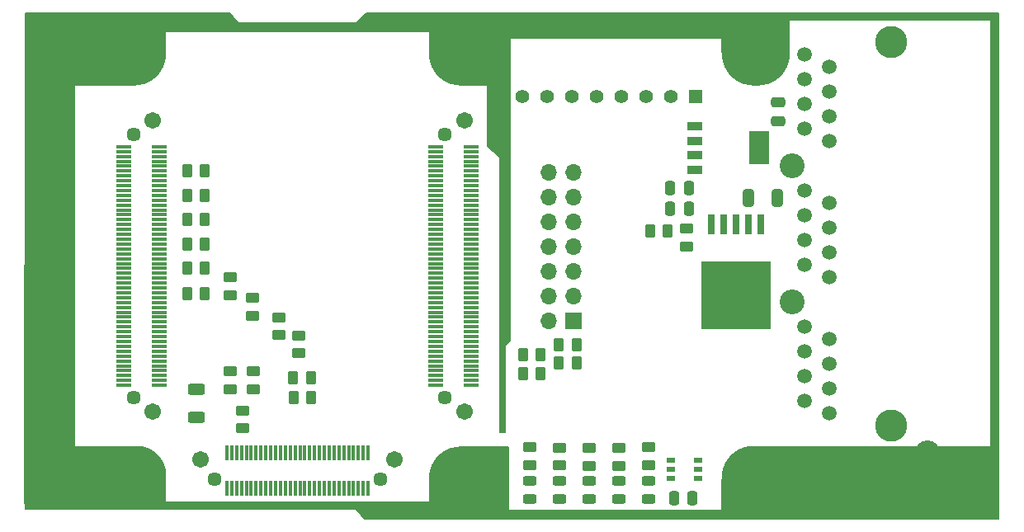
<source format=gts>
%TF.GenerationSoftware,KiCad,Pcbnew,9.0.1-9.0.1-0~ubuntu24.04.1*%
%TF.CreationDate,2025-04-13T10:11:15+02:00*%
%TF.ProjectId,som-exp-carrier,736f6d2d-6578-4702-9d63-617272696572,v1.0*%
%TF.SameCoordinates,Original*%
%TF.FileFunction,Soldermask,Top*%
%TF.FilePolarity,Negative*%
%FSLAX46Y46*%
G04 Gerber Fmt 4.6, Leading zero omitted, Abs format (unit mm)*
G04 Created by KiCad (PCBNEW 9.0.1-9.0.1-0~ubuntu24.04.1) date 2025-04-13 10:11:15*
%MOMM*%
%LPD*%
G01*
G04 APERTURE LIST*
G04 Aperture macros list*
%AMRoundRect*
0 Rectangle with rounded corners*
0 $1 Rounding radius*
0 $2 $3 $4 $5 $6 $7 $8 $9 X,Y pos of 4 corners*
0 Add a 4 corners polygon primitive as box body*
4,1,4,$2,$3,$4,$5,$6,$7,$8,$9,$2,$3,0*
0 Add four circle primitives for the rounded corners*
1,1,$1+$1,$2,$3*
1,1,$1+$1,$4,$5*
1,1,$1+$1,$6,$7*
1,1,$1+$1,$8,$9*
0 Add four rect primitives between the rounded corners*
20,1,$1+$1,$2,$3,$4,$5,0*
20,1,$1+$1,$4,$5,$6,$7,0*
20,1,$1+$1,$6,$7,$8,$9,0*
20,1,$1+$1,$8,$9,$2,$3,0*%
%AMFreePoly0*
4,1,19,-3.250000,0.250000,-3.229565,0.613885,-3.168516,0.973193,-3.067621,1.323407,-2.928149,1.660122,-2.751854,1.979104,-2.540952,2.276342,-2.298097,2.548097,-2.026342,2.790952,-1.729104,3.001854,-1.410122,3.178149,-1.073407,3.317621,-0.723193,3.418516,-0.363885,3.479565,0.000000,3.500000,3.250000,3.500000,3.250000,-3.500000,-3.250000,-3.500000,-3.250000,0.250000,-3.250000,0.250000,
$1*%
%AMFreePoly1*
4,1,19,-3.500000,3.000000,0.500000,3.000000,0.761467,2.988584,1.106653,2.938022,1.443634,2.847728,1.767855,2.718923,2.074930,2.553350,2.360706,2.353247,2.621320,2.121320,2.853247,1.860706,3.053350,1.574930,3.218923,1.267855,3.347728,0.943634,3.438022,0.606653,3.488584,0.261467,3.500000,0.000000,3.500000,-3.000000,-3.500000,-3.000000,-3.500000,3.000000,-3.500000,3.000000,
$1*%
G04 Aperture macros list end*
%ADD10C,0.150000*%
%ADD11R,1.400000X1.400000*%
%ADD12C,1.400000*%
%ADD13RoundRect,0.250000X-0.262500X-0.450000X0.262500X-0.450000X0.262500X0.450000X-0.262500X0.450000X0*%
%ADD14RoundRect,0.243750X0.456250X-0.243750X0.456250X0.243750X-0.456250X0.243750X-0.456250X-0.243750X0*%
%ADD15RoundRect,0.250000X-0.325000X-0.650000X0.325000X-0.650000X0.325000X0.650000X-0.325000X0.650000X0*%
%ADD16R,1.700000X1.700000*%
%ADD17O,1.700000X1.700000*%
%ADD18RoundRect,0.250000X0.262500X0.450000X-0.262500X0.450000X-0.262500X-0.450000X0.262500X-0.450000X0*%
%ADD19C,3.300000*%
%ADD20C,1.500000*%
%ADD21C,2.550000*%
%ADD22RoundRect,0.250000X0.250000X0.475000X-0.250000X0.475000X-0.250000X-0.475000X0.250000X-0.475000X0*%
%ADD23C,1.450000*%
%ADD24RoundRect,0.050000X-0.750000X0.150000X-0.750000X-0.150000X0.750000X-0.150000X0.750000X0.150000X0*%
%ADD25C,1.704000*%
%ADD26R,3.200000X3.200000*%
%ADD27C,3.200000*%
%ADD28C,4.500000*%
%ADD29RoundRect,0.250000X0.450000X-0.262500X0.450000X0.262500X-0.450000X0.262500X-0.450000X-0.262500X0*%
%ADD30FreePoly0,0.000000*%
%ADD31C,7.000000*%
%ADD32RoundRect,0.250000X-0.450000X0.262500X-0.450000X-0.262500X0.450000X-0.262500X0.450000X0.262500X0*%
%ADD33R,1.588999X0.847400*%
%ADD34R,2.094096X3.400000*%
%ADD35R,0.972299X0.558000*%
%ADD36RoundRect,0.250000X-0.475000X0.250000X-0.475000X-0.250000X0.475000X-0.250000X0.475000X0.250000X0*%
%ADD37RoundRect,0.250000X-0.625000X0.312500X-0.625000X-0.312500X0.625000X-0.312500X0.625000X0.312500X0*%
%ADD38RoundRect,0.050000X-0.150000X-0.750000X0.150000X-0.750000X0.150000X0.750000X-0.150000X0.750000X0*%
%ADD39FreePoly1,0.000000*%
%ADD40RoundRect,0.102000X-1.800000X0.350000X-1.800000X-0.350000X1.800000X-0.350000X1.800000X0.350000X0*%
%ADD41C,4.000000*%
%ADD42R,0.760000X2.000000*%
%ADD43R,7.100000X6.925000*%
G04 APERTURE END LIST*
D10*
X124855969Y-47234031D02*
X118005969Y-47234031D01*
X118005969Y-43294031D01*
X124855969Y-43294031D01*
X124855969Y-47234031D01*
G36*
X124855969Y-47234031D02*
G01*
X118005969Y-47234031D01*
X118005969Y-43294031D01*
X124855969Y-43294031D01*
X124855969Y-47234031D01*
G37*
X94855969Y-50654031D02*
X91345969Y-50654031D01*
X88005969Y-47314031D01*
X88005969Y-45174031D01*
X60855969Y-45174031D01*
X60855969Y-43294031D01*
X67415969Y-43294031D01*
X68405969Y-44284031D01*
X80465969Y-44284031D01*
X81465969Y-43284031D01*
X94395969Y-43284031D01*
X94855969Y-43284031D01*
X94855969Y-50654031D01*
G36*
X94855969Y-50654031D02*
G01*
X91345969Y-50654031D01*
X88005969Y-47314031D01*
X88005969Y-45174031D01*
X60855969Y-45174031D01*
X60855969Y-43294031D01*
X67415969Y-43294031D01*
X68405969Y-44284031D01*
X80465969Y-44284031D01*
X81465969Y-43284031D01*
X94395969Y-43284031D01*
X94855969Y-43284031D01*
X94855969Y-50654031D01*
G37*
X146375969Y-95164031D02*
X123535969Y-95164031D01*
X123535969Y-87814031D01*
X146375969Y-87814031D01*
X146375969Y-95164031D01*
G36*
X146375969Y-95164031D02*
G01*
X123535969Y-95164031D01*
X123535969Y-87814031D01*
X146375969Y-87814031D01*
X146375969Y-95164031D01*
G37*
X96015969Y-95164031D02*
X81355969Y-95164031D01*
X80355969Y-94164031D01*
X60725969Y-94164031D01*
X60725969Y-93534031D01*
X88005969Y-93534031D01*
X88005969Y-91154031D01*
X91345969Y-87814031D01*
X96015969Y-87814031D01*
X96015969Y-95164031D01*
G36*
X96015969Y-95164031D02*
G01*
X81355969Y-95164031D01*
X80355969Y-94164031D01*
X60725969Y-94164031D01*
X60725969Y-93534031D01*
X88005969Y-93534031D01*
X88005969Y-91154031D01*
X91345969Y-87814031D01*
X96015969Y-87814031D01*
X96015969Y-95164031D01*
G37*
X124105969Y-43274031D02*
X146375969Y-43274031D01*
X146375969Y-44004031D01*
X124105969Y-44004031D01*
X124105969Y-43274031D01*
G36*
X124105969Y-43274031D02*
G01*
X146375969Y-43274031D01*
X146375969Y-44004031D01*
X124105969Y-44004031D01*
X124105969Y-43274031D01*
G37*
X146375969Y-87864031D02*
X145605969Y-87864031D01*
X145605969Y-43274031D01*
X146375969Y-43274031D01*
X146375969Y-87864031D01*
G36*
X146375969Y-87864031D02*
G01*
X145605969Y-87864031D01*
X145605969Y-43274031D01*
X146375969Y-43274031D01*
X146375969Y-87864031D01*
G37*
X118005969Y-45844031D02*
X96255969Y-45844031D01*
X96255969Y-43294031D01*
X118005969Y-43294031D01*
X118005969Y-45844031D01*
G36*
X118005969Y-45844031D02*
G01*
X96255969Y-45844031D01*
X96255969Y-43294031D01*
X118005969Y-43294031D01*
X118005969Y-45844031D01*
G37*
X60845969Y-91104031D02*
X60845969Y-94204031D01*
X46485969Y-94204031D01*
X46485969Y-87814031D01*
X57555969Y-87814031D01*
X60845969Y-91104031D01*
G36*
X60845969Y-91104031D02*
G01*
X60845969Y-94204031D01*
X46485969Y-94204031D01*
X46485969Y-87814031D01*
X57555969Y-87814031D01*
X60845969Y-91104031D01*
G37*
X60845969Y-47314031D02*
X57495969Y-50664031D01*
X46505969Y-50664031D01*
X46505969Y-43284031D01*
X60845969Y-43284031D01*
X60845969Y-47314031D01*
G36*
X60845969Y-47314031D02*
G01*
X57495969Y-50664031D01*
X46505969Y-50664031D01*
X46505969Y-43284031D01*
X60845969Y-43284031D01*
X60845969Y-47314031D01*
G37*
X96255969Y-76891604D02*
X95740004Y-77411873D01*
X95746456Y-86264031D01*
X95165969Y-86264031D01*
X95165969Y-58094031D01*
X93955969Y-56884031D01*
X93955969Y-43284031D01*
X96255969Y-43284031D01*
X96255969Y-76891604D01*
G36*
X96255969Y-76891604D02*
G01*
X95740004Y-77411873D01*
X95746456Y-86264031D01*
X95165969Y-86264031D01*
X95165969Y-58094031D01*
X93955969Y-56884031D01*
X93955969Y-43284031D01*
X96255969Y-43284031D01*
X96255969Y-76891604D01*
G37*
X123925969Y-95164031D02*
X95865969Y-95164031D01*
X95865969Y-94304031D01*
X118005969Y-94304031D01*
X118005969Y-91154031D01*
X121345969Y-87814031D01*
X123925969Y-87814031D01*
X123925969Y-95164031D01*
G36*
X123925969Y-95164031D02*
G01*
X95865969Y-95164031D01*
X95865969Y-94304031D01*
X118005969Y-94304031D01*
X118005969Y-91154031D01*
X121345969Y-87814031D01*
X123925969Y-87814031D01*
X123925969Y-95164031D01*
G37*
%TO.C,J2*%
X52725969Y-50244031D02*
X51555969Y-50244031D01*
X51555969Y-88234031D01*
X52744387Y-88234031D01*
X52735969Y-93554031D01*
X46475833Y-93554031D01*
X46515833Y-44944096D01*
X52725969Y-44934031D01*
X52725969Y-50244031D01*
G36*
X52725969Y-50244031D02*
G01*
X51555969Y-50244031D01*
X51555969Y-88234031D01*
X52744387Y-88234031D01*
X52735969Y-93554031D01*
X46475833Y-93554031D01*
X46515833Y-44944096D01*
X52725969Y-44934031D01*
X52725969Y-50244031D01*
G37*
%TD*%
D11*
%TO.C,S1*%
X115295969Y-51844031D03*
D12*
X112755969Y-51844031D03*
X110215969Y-51844031D03*
X107675969Y-51844031D03*
X105135969Y-51844031D03*
X102595969Y-51844031D03*
X100055969Y-51844031D03*
X97515969Y-51844031D03*
X115295969Y-44224031D03*
X97515969Y-44224031D03*
%TD*%
D13*
%TO.C,R25*%
X63113469Y-69434031D03*
X64938469Y-69434031D03*
%TD*%
D14*
%TO.C,D4*%
X107415969Y-93156531D03*
X107415969Y-91281531D03*
%TD*%
D15*
%TO.C,C19*%
X120680969Y-62274031D03*
X123630969Y-62274031D03*
%TD*%
D16*
%TO.C,J3*%
X102745969Y-74854031D03*
D17*
X100205969Y-74854031D03*
X102745969Y-72314031D03*
X100205969Y-72314031D03*
X102745969Y-69774031D03*
X100205969Y-69774031D03*
X102745969Y-67234031D03*
X100205969Y-67234031D03*
X102745969Y-64694031D03*
X100205969Y-64694031D03*
X102745969Y-62154031D03*
X100205969Y-62154031D03*
X102745969Y-59614031D03*
X100205969Y-59614031D03*
%TD*%
D18*
%TO.C,R2*%
X103065969Y-77334031D03*
X101240969Y-77334031D03*
%TD*%
D13*
%TO.C,R30*%
X63113469Y-64434031D03*
X64938469Y-64434031D03*
%TD*%
D19*
%TO.C,J1*%
X135345969Y-85639031D03*
X135345969Y-46269031D03*
D20*
X128995969Y-84369031D03*
X126455969Y-83099031D03*
X128995969Y-81829031D03*
X126455969Y-80559031D03*
X128995969Y-79289031D03*
X126455969Y-78019031D03*
X128995969Y-76749031D03*
X126455969Y-75479031D03*
X128995969Y-70399031D03*
X126455969Y-69129031D03*
X128995969Y-67859031D03*
X126455969Y-66589031D03*
X128995969Y-65319031D03*
X126455969Y-64049031D03*
X128995969Y-62779031D03*
X126455969Y-61509031D03*
X128995969Y-56429031D03*
X126455969Y-55159031D03*
X128995969Y-53889031D03*
X126455969Y-52619031D03*
X128995969Y-51349031D03*
X126455969Y-50079031D03*
X128995969Y-48809031D03*
X126455969Y-47539031D03*
D21*
X139025969Y-88374031D03*
X125185969Y-72939031D03*
X125185969Y-58969031D03*
%TD*%
D22*
%TO.C,C20*%
X114575969Y-63334031D03*
X112675969Y-63334031D03*
%TD*%
D23*
%TO.C,JB1*%
X89575969Y-55734031D03*
X89575969Y-82734031D03*
D24*
X88575969Y-81484031D03*
X92275969Y-81484031D03*
X88575969Y-80984031D03*
X92275969Y-80984031D03*
X88575969Y-80484031D03*
X92275969Y-80484031D03*
X88575969Y-79984031D03*
X92275969Y-79984031D03*
X88575969Y-79484031D03*
X92275969Y-79484031D03*
X88575969Y-78984031D03*
X92275969Y-78984031D03*
X88575969Y-78484031D03*
X92275969Y-78484031D03*
X88575969Y-77984031D03*
X92275969Y-77984031D03*
X88575969Y-77484031D03*
X92275969Y-77484031D03*
X88575969Y-76984031D03*
X92275969Y-76984031D03*
X88575969Y-76484031D03*
X92275969Y-76484031D03*
X88575969Y-75984031D03*
X92275969Y-75984031D03*
X88575969Y-75484031D03*
X92275969Y-75484031D03*
X88575969Y-74984031D03*
X92275969Y-74984031D03*
X88575969Y-74484031D03*
X92275969Y-74484031D03*
X88575969Y-73984031D03*
X92275969Y-73984031D03*
X88575969Y-73484031D03*
X92275969Y-73484031D03*
X88575969Y-72984031D03*
X92275969Y-72984031D03*
X88575969Y-72484031D03*
X92275969Y-72484031D03*
X88575969Y-71984031D03*
X92275969Y-71984031D03*
X88575969Y-71484031D03*
X92275969Y-71484031D03*
X88575969Y-70984031D03*
X92275969Y-70984031D03*
X88575969Y-70484031D03*
X92275969Y-70484031D03*
X88575969Y-69984031D03*
X92275969Y-69984031D03*
X88575969Y-69484031D03*
X92275969Y-69484031D03*
X88575969Y-68984031D03*
X92275969Y-68984031D03*
X88575969Y-68484031D03*
X92275969Y-68484031D03*
X88575969Y-67984031D03*
X92275969Y-67984031D03*
X88575969Y-67484031D03*
X92275969Y-67484031D03*
X88575969Y-66984031D03*
X92275969Y-66984031D03*
X88575969Y-66484031D03*
X92275969Y-66484031D03*
X88575969Y-65984031D03*
X92275969Y-65984031D03*
X88575969Y-65484031D03*
X92275969Y-65484031D03*
X88575969Y-64984031D03*
X92275969Y-64984031D03*
X88575969Y-64484031D03*
X92275969Y-64484031D03*
X88575969Y-63984031D03*
X92275969Y-63984031D03*
X88575969Y-63484031D03*
X92275969Y-63484031D03*
X88575969Y-62984031D03*
X92275969Y-62984031D03*
X88575969Y-62484031D03*
X92275969Y-62484031D03*
X88575969Y-61984031D03*
X92275969Y-61984031D03*
X88575969Y-61484031D03*
X92275969Y-61484031D03*
X88575969Y-60984031D03*
X92275969Y-60984031D03*
X88575969Y-60484031D03*
X92275969Y-60484031D03*
X88575969Y-59984031D03*
X92275969Y-59984031D03*
X88575969Y-59484031D03*
X92275969Y-59484031D03*
X88575969Y-58984031D03*
X92275969Y-58984031D03*
X88575969Y-58484031D03*
X92275969Y-58484031D03*
X88575969Y-57984031D03*
X92275969Y-57984031D03*
X88575969Y-57484031D03*
X92275969Y-57484031D03*
X88575969Y-56984031D03*
X92275969Y-56984031D03*
D25*
X91575969Y-54259031D03*
X91575969Y-84209031D03*
%TD*%
D18*
%TO.C,R44*%
X112425969Y-65634031D03*
X110600969Y-65634031D03*
%TD*%
D26*
%TO.C,J5*%
X132525969Y-92334031D03*
D27*
X127025969Y-92334031D03*
D28*
X139825969Y-92334031D03*
%TD*%
D29*
%TO.C,R11*%
X104365969Y-89736531D03*
X104365969Y-87911531D03*
%TD*%
%TO.C,R14*%
X110455969Y-89666531D03*
X110455969Y-87841531D03*
%TD*%
D30*
%TO.C,H6*%
X121175969Y-91234031D03*
%TD*%
D31*
%TO.C,H4*%
X91425969Y-91234031D03*
%TD*%
D13*
%TO.C,R32*%
X63113469Y-59434031D03*
X64938469Y-59434031D03*
%TD*%
D29*
%TO.C,R41*%
X67538827Y-72221531D03*
X67538827Y-70396531D03*
%TD*%
D32*
%TO.C,R35*%
X69886685Y-80031531D03*
X69886685Y-81856531D03*
%TD*%
D14*
%TO.C,D1*%
X98295969Y-93156531D03*
X98295969Y-91281531D03*
%TD*%
D33*
%TO.C,U11*%
X115180519Y-54874030D03*
X115180519Y-56374030D03*
X115180519Y-57874029D03*
X115180519Y-59374032D03*
D34*
X121833868Y-57124031D03*
%TD*%
D14*
%TO.C,D3*%
X104375969Y-93156531D03*
X104375969Y-91281531D03*
%TD*%
D29*
%TO.C,R39*%
X72555969Y-76326531D03*
X72555969Y-74501531D03*
%TD*%
%TO.C,R4*%
X68805969Y-85896531D03*
X68805969Y-84071531D03*
%TD*%
D32*
%TO.C,R34*%
X67529537Y-80031531D03*
X67529537Y-81856531D03*
%TD*%
D13*
%TO.C,R1*%
X97543469Y-78334031D03*
X99368469Y-78334031D03*
%TD*%
D22*
%TO.C,C8*%
X114975969Y-93044031D03*
X113075969Y-93044031D03*
%TD*%
D31*
%TO.C,H5*%
X121425969Y-47234031D03*
%TD*%
%TO.C,H2*%
X91425969Y-47234031D03*
%TD*%
D18*
%TO.C,R18*%
X103058469Y-79204031D03*
X101233469Y-79204031D03*
%TD*%
D31*
%TO.C,H1*%
X57425969Y-47234031D03*
%TD*%
D13*
%TO.C,R3*%
X97553469Y-80244031D03*
X99378469Y-80244031D03*
%TD*%
%TO.C,R28*%
X63113469Y-67034031D03*
X64938469Y-67034031D03*
%TD*%
%TO.C,R31*%
X63113469Y-62034031D03*
X64938469Y-62034031D03*
%TD*%
D22*
%TO.C,C16*%
X114575969Y-61234031D03*
X112675969Y-61234031D03*
%TD*%
D23*
%TO.C,JB2*%
X57575969Y-55734031D03*
X57575969Y-82734031D03*
D24*
X56575969Y-81484031D03*
X60275969Y-81484031D03*
X56575969Y-80984031D03*
X60275969Y-80984031D03*
X56575969Y-80484031D03*
X60275969Y-80484031D03*
X56575969Y-79984031D03*
X60275969Y-79984031D03*
X56575969Y-79484031D03*
X60275969Y-79484031D03*
X56575969Y-78984031D03*
X60275969Y-78984031D03*
X56575969Y-78484031D03*
X60275969Y-78484031D03*
X56575969Y-77984031D03*
X60275969Y-77984031D03*
X56575969Y-77484031D03*
X60275969Y-77484031D03*
X56575969Y-76984031D03*
X60275969Y-76984031D03*
X56575969Y-76484031D03*
X60275969Y-76484031D03*
X56575969Y-75984031D03*
X60275969Y-75984031D03*
X56575969Y-75484031D03*
X60275969Y-75484031D03*
X56575969Y-74984031D03*
X60275969Y-74984031D03*
X56575969Y-74484031D03*
X60275969Y-74484031D03*
X56575969Y-73984031D03*
X60275969Y-73984031D03*
X56575969Y-73484031D03*
X60275969Y-73484031D03*
X56575969Y-72984031D03*
X60275969Y-72984031D03*
X56575969Y-72484031D03*
X60275969Y-72484031D03*
X56575969Y-71984031D03*
X60275969Y-71984031D03*
X56575969Y-71484031D03*
X60275969Y-71484031D03*
X56575969Y-70984031D03*
X60275969Y-70984031D03*
X56575969Y-70484031D03*
X60275969Y-70484031D03*
X56575969Y-69984031D03*
X60275969Y-69984031D03*
X56575969Y-69484031D03*
X60275969Y-69484031D03*
X56575969Y-68984031D03*
X60275969Y-68984031D03*
X56575969Y-68484031D03*
X60275969Y-68484031D03*
X56575969Y-67984031D03*
X60275969Y-67984031D03*
X56575969Y-67484031D03*
X60275969Y-67484031D03*
X56575969Y-66984031D03*
X60275969Y-66984031D03*
X56575969Y-66484031D03*
X60275969Y-66484031D03*
X56575969Y-65984031D03*
X60275969Y-65984031D03*
X56575969Y-65484031D03*
X60275969Y-65484031D03*
X56575969Y-64984031D03*
X60275969Y-64984031D03*
X56575969Y-64484031D03*
X60275969Y-64484031D03*
X56575969Y-63984031D03*
X60275969Y-63984031D03*
X56575969Y-63484031D03*
X60275969Y-63484031D03*
X56575969Y-62984031D03*
X60275969Y-62984031D03*
X56575969Y-62484031D03*
X60275969Y-62484031D03*
X56575969Y-61984031D03*
X60275969Y-61984031D03*
X56575969Y-61484031D03*
X60275969Y-61484031D03*
X56575969Y-60984031D03*
X60275969Y-60984031D03*
X56575969Y-60484031D03*
X60275969Y-60484031D03*
X56575969Y-59984031D03*
X60275969Y-59984031D03*
X56575969Y-59484031D03*
X60275969Y-59484031D03*
X56575969Y-58984031D03*
X60275969Y-58984031D03*
X56575969Y-58484031D03*
X60275969Y-58484031D03*
X56575969Y-57984031D03*
X60275969Y-57984031D03*
X56575969Y-57484031D03*
X60275969Y-57484031D03*
X56575969Y-56984031D03*
X60275969Y-56984031D03*
D25*
X59575969Y-54259031D03*
X59575969Y-84209031D03*
%TD*%
D35*
%TO.C,U6*%
X112763518Y-89144030D03*
X112763518Y-90094031D03*
X112763518Y-91044032D03*
X115488420Y-91044032D03*
X115488420Y-90094031D03*
X115488420Y-89144030D03*
%TD*%
D14*
%TO.C,D2*%
X101335969Y-93156531D03*
X101335969Y-91281531D03*
%TD*%
D29*
%TO.C,R38*%
X74565969Y-78176531D03*
X74565969Y-76351531D03*
%TD*%
D13*
%TO.C,R24*%
X63113469Y-72034031D03*
X64938469Y-72034031D03*
%TD*%
D36*
%TO.C,C15*%
X123735969Y-52454031D03*
X123735969Y-54354031D03*
%TD*%
D29*
%TO.C,R9*%
X98275969Y-89666531D03*
X98275969Y-87841531D03*
%TD*%
D37*
%TO.C,R19*%
X64035969Y-81871531D03*
X64035969Y-84796531D03*
%TD*%
D14*
%TO.C,D5*%
X110455969Y-93156531D03*
X110455969Y-91281531D03*
%TD*%
D23*
%TO.C,JB3*%
X65925969Y-91084031D03*
X82925969Y-91084031D03*
D38*
X81675969Y-92084031D03*
X81675969Y-88384031D03*
X81175969Y-92084031D03*
X81175969Y-88384031D03*
X80675969Y-92084031D03*
X80675969Y-88384031D03*
X80175969Y-92084031D03*
X80175969Y-88384031D03*
X79675969Y-92084031D03*
X79675969Y-88384031D03*
X79175969Y-92084031D03*
X79175969Y-88384031D03*
X78675969Y-92084031D03*
X78675969Y-88384031D03*
X78175969Y-92084031D03*
X78175969Y-88384031D03*
X77675969Y-92084031D03*
X77675969Y-88384031D03*
X77175969Y-92084031D03*
X77175969Y-88384031D03*
X76675969Y-92084031D03*
X76675969Y-88384031D03*
X76175969Y-92084031D03*
X76175969Y-88384031D03*
X75675969Y-92084031D03*
X75675969Y-88384031D03*
X75175969Y-92084031D03*
X75175969Y-88384031D03*
X74675969Y-92084031D03*
X74675969Y-88384031D03*
X74175969Y-92084031D03*
X74175969Y-88384031D03*
X73675969Y-92084031D03*
X73675969Y-88384031D03*
X73175969Y-92084031D03*
X73175969Y-88384031D03*
X72675969Y-92084031D03*
X72675969Y-88384031D03*
X72175969Y-92084031D03*
X72175969Y-88384031D03*
X71675969Y-92084031D03*
X71675969Y-88384031D03*
X71175969Y-92084031D03*
X71175969Y-88384031D03*
X70675969Y-92084031D03*
X70675969Y-88384031D03*
X70175969Y-92084031D03*
X70175969Y-88384031D03*
X69675969Y-92084031D03*
X69675969Y-88384031D03*
X69175969Y-92084031D03*
X69175969Y-88384031D03*
X68675969Y-92084031D03*
X68675969Y-88384031D03*
X68175969Y-92084031D03*
X68175969Y-88384031D03*
X67675969Y-92084031D03*
X67675969Y-88384031D03*
X67175969Y-92084031D03*
X67175969Y-88384031D03*
D25*
X64450969Y-89084031D03*
X84400969Y-89084031D03*
%TD*%
D39*
%TO.C,H3*%
X57425969Y-90734031D03*
%TD*%
D40*
%TO.C,J2*%
X49725969Y-52734031D03*
X49725969Y-53734031D03*
X49725969Y-54734031D03*
X49725969Y-55734031D03*
X49725969Y-56734031D03*
X49725969Y-57734031D03*
X49725969Y-58734031D03*
X49725969Y-59734031D03*
X49725969Y-60734031D03*
X49725969Y-61734031D03*
X49725969Y-62734031D03*
X49725969Y-65734031D03*
X49725969Y-66734031D03*
X49725969Y-67734031D03*
X49725969Y-68734031D03*
X49725969Y-69734031D03*
X49725969Y-70734031D03*
X49725969Y-71734031D03*
X49725969Y-72734031D03*
X49725969Y-73734031D03*
X49725969Y-74734031D03*
X49725969Y-75734031D03*
X49725969Y-76734031D03*
X49725969Y-77734031D03*
X49725969Y-78734031D03*
X49725969Y-79734031D03*
X49725969Y-80734031D03*
X49725969Y-81734031D03*
X49725969Y-82734031D03*
X49725969Y-83734031D03*
X49725969Y-84734031D03*
X49725969Y-85734031D03*
D41*
X49035969Y-47934031D03*
X49035969Y-90534031D03*
%TD*%
D29*
%TO.C,R43*%
X114313469Y-67246531D03*
X114313469Y-65421531D03*
%TD*%
%TO.C,R10*%
X101315969Y-89706531D03*
X101315969Y-87881531D03*
%TD*%
%TO.C,R12*%
X107405969Y-89726531D03*
X107405969Y-87901531D03*
%TD*%
D42*
%TO.C,U12*%
X121995969Y-64934031D03*
X120725969Y-64934031D03*
X119455969Y-64934031D03*
X118185969Y-64934031D03*
X116915969Y-64934031D03*
D43*
X119455969Y-72246531D03*
%TD*%
D29*
%TO.C,R40*%
X69815969Y-74326531D03*
X69815969Y-72501531D03*
%TD*%
D13*
%TO.C,R37*%
X74023469Y-82744031D03*
X75848469Y-82744031D03*
%TD*%
%TO.C,R36*%
X73993469Y-80704031D03*
X75818469Y-80704031D03*
%TD*%
M02*

</source>
